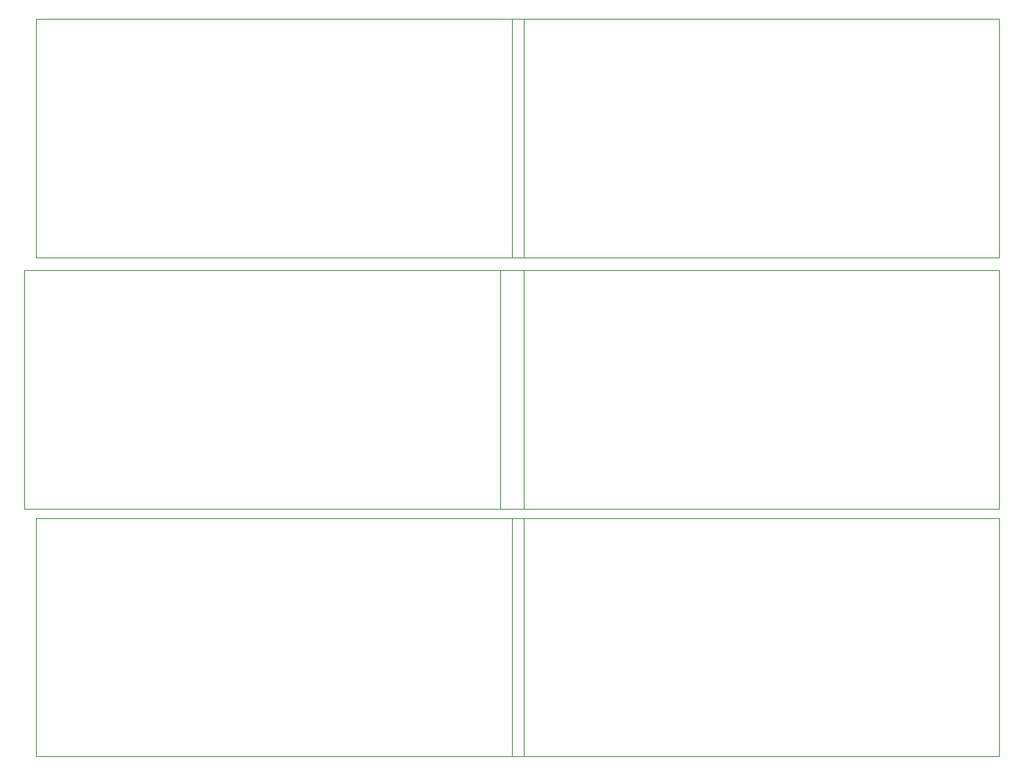
<source format=gbr>
%TF.GenerationSoftware,KiCad,Pcbnew,(5.1.6)-1*%
%TF.CreationDate,2022-05-27T14:46:48-04:00*%
%TF.ProjectId,sensor_v1,73656e73-6f72-45f7-9631-2e6b69636164,rev?*%
%TF.SameCoordinates,Original*%
%TF.FileFunction,Profile,NP*%
%FSLAX46Y46*%
G04 Gerber Fmt 4.6, Leading zero omitted, Abs format (unit mm)*
G04 Created by KiCad (PCBNEW (5.1.6)-1) date 2022-05-27 14:46:48*
%MOMM*%
%LPD*%
G01*
G04 APERTURE LIST*
%TA.AperFunction,Profile*%
%ADD10C,0.050000*%
%TD*%
G04 APERTURE END LIST*
D10*
X140462000Y-70358000D02*
X140462000Y-96139000D01*
X145161000Y-68961000D02*
X141732000Y-68961000D01*
X145161000Y-68961000D02*
X194437000Y-68961000D01*
X194437000Y-96139000D02*
X194437000Y-70358000D01*
X145161000Y-96139000D02*
X194437000Y-96139000D01*
X194437000Y-70358000D02*
X145161000Y-70358000D01*
X141732000Y-43180000D02*
X141732000Y-68961000D01*
X194437000Y-68961000D02*
X194437000Y-43180000D01*
X141732000Y-43180000D02*
X194437000Y-43180000D01*
X145161000Y-96139000D02*
X140462000Y-96139000D01*
X141732000Y-97155000D02*
X194437000Y-97155000D01*
X145161000Y-70358000D02*
X140462000Y-70358000D01*
X194437000Y-122936000D02*
X194437000Y-97155000D01*
X145161000Y-122936000D02*
X194437000Y-122936000D01*
X145161000Y-122936000D02*
X141732000Y-122936000D01*
X141732000Y-97155000D02*
X141732000Y-122936000D01*
X93726000Y-122936000D02*
X143002000Y-122936000D01*
X90297000Y-97155000D02*
X143002000Y-97155000D01*
X90297000Y-97155000D02*
X90297000Y-122936000D01*
X93726000Y-122936000D02*
X90297000Y-122936000D01*
X143002000Y-122936000D02*
X143002000Y-97155000D01*
X93726000Y-96139000D02*
X89027000Y-96139000D01*
X93726000Y-70358000D02*
X89027000Y-70358000D01*
X90297000Y-43180000D02*
X143002000Y-43180000D01*
X93726000Y-68961000D02*
X90297000Y-68961000D01*
X143002000Y-68961000D02*
X143002000Y-43180000D01*
X93726000Y-68961000D02*
X143002000Y-68961000D01*
X90297000Y-43180000D02*
X90297000Y-68961000D01*
X143002000Y-70358000D02*
X93726000Y-70358000D01*
X143002000Y-96139000D02*
X143002000Y-70358000D01*
X93726000Y-96139000D02*
X143002000Y-96139000D01*
X89027000Y-70358000D02*
X89027000Y-96139000D01*
M02*

</source>
